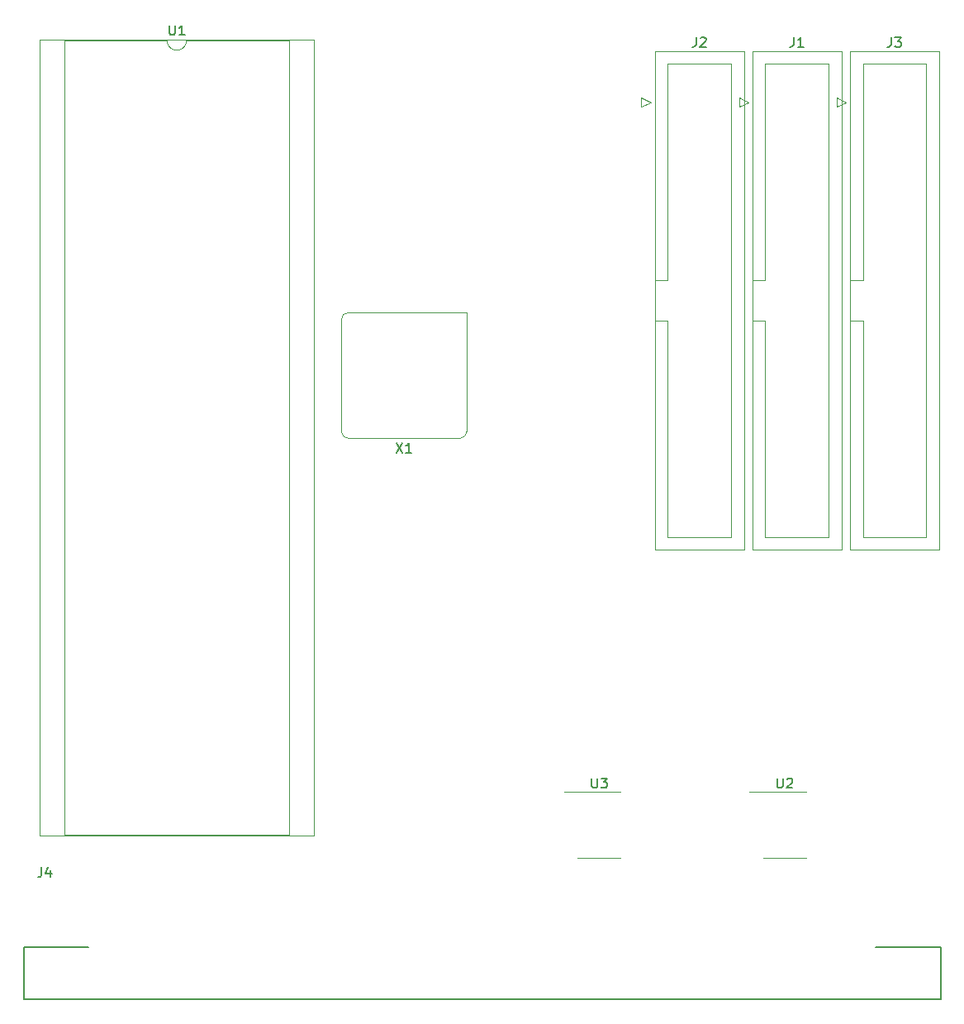
<source format=gbr>
%TF.GenerationSoftware,KiCad,Pcbnew,(6.0.4)*%
%TF.CreationDate,2022-05-02T09:06:26-05:00*%
%TF.ProjectId,cpu_board,6370755f-626f-4617-9264-2e6b69636164,rev?*%
%TF.SameCoordinates,Original*%
%TF.FileFunction,Legend,Top*%
%TF.FilePolarity,Positive*%
%FSLAX46Y46*%
G04 Gerber Fmt 4.6, Leading zero omitted, Abs format (unit mm)*
G04 Created by KiCad (PCBNEW (6.0.4)) date 2022-05-02 09:06:26*
%MOMM*%
%LPD*%
G01*
G04 APERTURE LIST*
%ADD10C,0.150000*%
%ADD11C,0.120000*%
%ADD12C,0.127000*%
G04 APERTURE END LIST*
D10*
%TO.C,U3*%
X83238095Y-120252380D02*
X83238095Y-121061904D01*
X83285714Y-121157142D01*
X83333333Y-121204761D01*
X83428571Y-121252380D01*
X83619047Y-121252380D01*
X83714285Y-121204761D01*
X83761904Y-121157142D01*
X83809523Y-121061904D01*
X83809523Y-120252380D01*
X84190476Y-120252380D02*
X84809523Y-120252380D01*
X84476190Y-120633333D01*
X84619047Y-120633333D01*
X84714285Y-120680952D01*
X84761904Y-120728571D01*
X84809523Y-120823809D01*
X84809523Y-121061904D01*
X84761904Y-121157142D01*
X84714285Y-121204761D01*
X84619047Y-121252380D01*
X84333333Y-121252380D01*
X84238095Y-121204761D01*
X84190476Y-121157142D01*
%TO.C,U2*%
X102238095Y-120252380D02*
X102238095Y-121061904D01*
X102285714Y-121157142D01*
X102333333Y-121204761D01*
X102428571Y-121252380D01*
X102619047Y-121252380D01*
X102714285Y-121204761D01*
X102761904Y-121157142D01*
X102809523Y-121061904D01*
X102809523Y-120252380D01*
X103238095Y-120347619D02*
X103285714Y-120300000D01*
X103380952Y-120252380D01*
X103619047Y-120252380D01*
X103714285Y-120300000D01*
X103761904Y-120347619D01*
X103809523Y-120442857D01*
X103809523Y-120538095D01*
X103761904Y-120680952D01*
X103190476Y-121252380D01*
X103809523Y-121252380D01*
%TO.C,X1*%
X63190476Y-85902380D02*
X63857142Y-86902380D01*
X63857142Y-85902380D02*
X63190476Y-86902380D01*
X64761904Y-86902380D02*
X64190476Y-86902380D01*
X64476190Y-86902380D02*
X64476190Y-85902380D01*
X64380952Y-86045238D01*
X64285714Y-86140476D01*
X64190476Y-86188095D01*
%TO.C,J2*%
X93936666Y-44352380D02*
X93936666Y-45066666D01*
X93889047Y-45209523D01*
X93793809Y-45304761D01*
X93650952Y-45352380D01*
X93555714Y-45352380D01*
X94365238Y-44447619D02*
X94412857Y-44400000D01*
X94508095Y-44352380D01*
X94746190Y-44352380D01*
X94841428Y-44400000D01*
X94889047Y-44447619D01*
X94936666Y-44542857D01*
X94936666Y-44638095D01*
X94889047Y-44780952D01*
X94317619Y-45352380D01*
X94936666Y-45352380D01*
%TO.C,J4*%
X26841666Y-129379880D02*
X26841666Y-130094166D01*
X26794047Y-130237023D01*
X26698809Y-130332261D01*
X26555952Y-130379880D01*
X26460714Y-130379880D01*
X27746428Y-129713214D02*
X27746428Y-130379880D01*
X27508333Y-129332261D02*
X27270238Y-130046547D01*
X27889285Y-130046547D01*
%TO.C,U1*%
X39938095Y-43122380D02*
X39938095Y-43931904D01*
X39985714Y-44027142D01*
X40033333Y-44074761D01*
X40128571Y-44122380D01*
X40319047Y-44122380D01*
X40414285Y-44074761D01*
X40461904Y-44027142D01*
X40509523Y-43931904D01*
X40509523Y-43122380D01*
X41509523Y-44122380D02*
X40938095Y-44122380D01*
X41223809Y-44122380D02*
X41223809Y-43122380D01*
X41128571Y-43265238D01*
X41033333Y-43360476D01*
X40938095Y-43408095D01*
%TO.C,J1*%
X103936666Y-44352380D02*
X103936666Y-45066666D01*
X103889047Y-45209523D01*
X103793809Y-45304761D01*
X103650952Y-45352380D01*
X103555714Y-45352380D01*
X104936666Y-45352380D02*
X104365238Y-45352380D01*
X104650952Y-45352380D02*
X104650952Y-44352380D01*
X104555714Y-44495238D01*
X104460476Y-44590476D01*
X104365238Y-44638095D01*
%TO.C,J3*%
X113936666Y-44352380D02*
X113936666Y-45066666D01*
X113889047Y-45209523D01*
X113793809Y-45304761D01*
X113650952Y-45352380D01*
X113555714Y-45352380D01*
X114317619Y-44352380D02*
X114936666Y-44352380D01*
X114603333Y-44733333D01*
X114746190Y-44733333D01*
X114841428Y-44780952D01*
X114889047Y-44828571D01*
X114936666Y-44923809D01*
X114936666Y-45161904D01*
X114889047Y-45257142D01*
X114841428Y-45304761D01*
X114746190Y-45352380D01*
X114460476Y-45352380D01*
X114365238Y-45304761D01*
X114317619Y-45257142D01*
D11*
%TO.C,U3*%
X84000000Y-121615000D02*
X86200000Y-121615000D01*
X84000000Y-121615000D02*
X80400000Y-121615000D01*
X84000000Y-128385000D02*
X86200000Y-128385000D01*
X84000000Y-128385000D02*
X81800000Y-128385000D01*
%TO.C,U2*%
X103000000Y-121615000D02*
X105200000Y-121615000D01*
X103000000Y-121615000D02*
X99400000Y-121615000D01*
X103000000Y-128385000D02*
X105200000Y-128385000D01*
X103000000Y-128385000D02*
X100800000Y-128385000D01*
%TO.C,X1*%
X70450000Y-84700000D02*
X70450000Y-72550000D01*
X57550000Y-73300000D02*
X57550000Y-84700000D01*
X70450000Y-72550000D02*
X58300000Y-72550000D01*
X58300000Y-85450000D02*
X69700000Y-85450000D01*
X58300000Y-72550000D02*
G75*
G03*
X57550000Y-73300000I0J-750000D01*
G01*
X69700000Y-85450000D02*
G75*
G03*
X70450000Y-84700000I0J750000D01*
G01*
X57550000Y-84700000D02*
G75*
G03*
X58300000Y-85450000I750000J0D01*
G01*
%TO.C,J2*%
X88320000Y-50500000D02*
X88320000Y-51500000D01*
X98830000Y-45790000D02*
X98830000Y-96850000D01*
X89710000Y-69270000D02*
X91020000Y-69270000D01*
X91020000Y-73370000D02*
X89710000Y-73370000D01*
X89710000Y-96850000D02*
X89710000Y-45790000D01*
X98830000Y-96850000D02*
X89710000Y-96850000D01*
X97520000Y-95550000D02*
X91020000Y-95550000D01*
X89710000Y-45790000D02*
X98830000Y-45790000D01*
X91020000Y-47090000D02*
X97520000Y-47090000D01*
X88320000Y-51500000D02*
X89320000Y-51000000D01*
X91020000Y-95550000D02*
X91020000Y-73370000D01*
X97520000Y-47090000D02*
X97520000Y-95550000D01*
X89320000Y-51000000D02*
X88320000Y-50500000D01*
X91020000Y-73370000D02*
X91020000Y-73370000D01*
X91020000Y-69270000D02*
X91020000Y-47090000D01*
D12*
%TO.C,J4*%
X25000000Y-137567500D02*
X31635000Y-137567500D01*
X112365000Y-137567500D02*
X119000000Y-137567500D01*
X25000000Y-142877500D02*
X119000000Y-142877500D01*
X119000000Y-137567500D02*
X119000000Y-142877500D01*
X25000000Y-142877500D02*
X25000000Y-137567500D01*
D11*
%TO.C,U1*%
X54730000Y-44610000D02*
X26670000Y-44610000D01*
X29160000Y-44670000D02*
X29160000Y-126070000D01*
X54730000Y-126130000D02*
X54730000Y-44610000D01*
X29160000Y-126070000D02*
X52240000Y-126070000D01*
X52240000Y-44670000D02*
X41700000Y-44670000D01*
X52240000Y-126070000D02*
X52240000Y-44670000D01*
X26670000Y-44610000D02*
X26670000Y-126130000D01*
X26670000Y-126130000D02*
X54730000Y-126130000D01*
X39700000Y-44670000D02*
X29160000Y-44670000D01*
X39700000Y-44670000D02*
G75*
G03*
X41700000Y-44670000I1000000J0D01*
G01*
%TO.C,J1*%
X98320000Y-51500000D02*
X99320000Y-51000000D01*
X101020000Y-95550000D02*
X101020000Y-73370000D01*
X101020000Y-73370000D02*
X99710000Y-73370000D01*
X101020000Y-47090000D02*
X107520000Y-47090000D01*
X99710000Y-69270000D02*
X101020000Y-69270000D01*
X99320000Y-51000000D02*
X98320000Y-50500000D01*
X107520000Y-47090000D02*
X107520000Y-95550000D01*
X99710000Y-96850000D02*
X99710000Y-45790000D01*
X107520000Y-95550000D02*
X101020000Y-95550000D01*
X108830000Y-45790000D02*
X108830000Y-96850000D01*
X101020000Y-73370000D02*
X101020000Y-73370000D01*
X101020000Y-69270000D02*
X101020000Y-47090000D01*
X99710000Y-45790000D02*
X108830000Y-45790000D01*
X108830000Y-96850000D02*
X99710000Y-96850000D01*
X98320000Y-50500000D02*
X98320000Y-51500000D01*
%TO.C,J3*%
X117520000Y-95550000D02*
X111020000Y-95550000D01*
X111020000Y-69270000D02*
X111020000Y-47090000D01*
X108320000Y-51500000D02*
X109320000Y-51000000D01*
X111020000Y-73370000D02*
X109710000Y-73370000D01*
X118830000Y-96850000D02*
X109710000Y-96850000D01*
X111020000Y-47090000D02*
X117520000Y-47090000D01*
X111020000Y-73370000D02*
X111020000Y-73370000D01*
X118830000Y-45790000D02*
X118830000Y-96850000D01*
X109710000Y-96850000D02*
X109710000Y-45790000D01*
X109710000Y-45790000D02*
X118830000Y-45790000D01*
X109320000Y-51000000D02*
X108320000Y-50500000D01*
X111020000Y-95550000D02*
X111020000Y-73370000D01*
X117520000Y-47090000D02*
X117520000Y-95550000D01*
X108320000Y-50500000D02*
X108320000Y-51500000D01*
X109710000Y-69270000D02*
X111020000Y-69270000D01*
%TD*%
M02*

</source>
